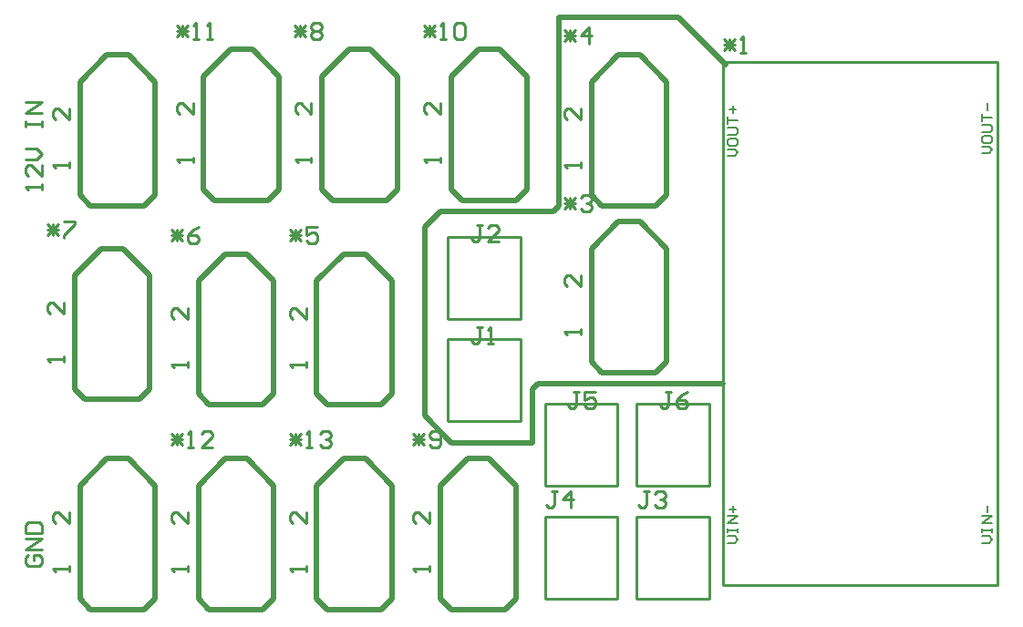
<source format=gto>
G04 Layer_Color=15132400*
%FSLAX24Y24*%
%MOIN*%
G70*
G01*
G75*
%ADD20C,0.0197*%
%ADD21C,0.0100*%
%ADD22C,0.0059*%
D20*
X13780Y43701D02*
X14764Y42717D01*
X12992Y43701D02*
X13780D01*
X12008Y42717D02*
X12992Y43701D01*
X14764Y38583D02*
Y42717D01*
X12402Y38189D02*
X14370D01*
X12008Y38583D02*
X12402Y38189D01*
X12008Y38583D02*
Y42717D01*
X14370Y38189D02*
X14764Y38583D01*
X13780Y58465D02*
X14764Y57480D01*
X12992Y58465D02*
X13780D01*
X12008Y57480D02*
X12992Y58465D01*
X14764Y53346D02*
Y57480D01*
X12402Y52953D02*
X14370D01*
X12008Y53346D02*
X12402Y52953D01*
X12008Y53346D02*
Y57480D01*
X14370Y52953D02*
X14764Y53346D01*
X33892Y59843D02*
X35630Y58104D01*
X29528Y59843D02*
X33892D01*
X29528Y52953D02*
Y59843D01*
X29331Y52756D02*
X29528Y52953D01*
X25197Y52756D02*
X29331D01*
X24606Y52165D02*
X25197Y52756D01*
X28740Y46457D02*
X35520D01*
X28543Y46260D02*
X28740Y46457D01*
X28543Y44291D02*
Y46260D01*
X25591Y44291D02*
X28543D01*
X24606Y45276D02*
X25591Y44291D01*
X24606Y45276D02*
Y52165D01*
X32480Y58465D02*
X33465Y57480D01*
X31693Y58465D02*
X32480D01*
X30709Y57480D02*
X31693Y58465D01*
X33465Y53346D02*
Y57480D01*
X31102Y52953D02*
X33071D01*
X30709Y53346D02*
X31102Y52953D01*
X30709Y53346D02*
Y57480D01*
X33071Y52953D02*
X33465Y53346D01*
X32480Y52362D02*
X33465Y51378D01*
X31693Y52362D02*
X32480D01*
X30709Y51378D02*
X31693Y52362D01*
X33465Y47244D02*
Y51378D01*
X31102Y46850D02*
X33071D01*
X30709Y47244D02*
X31102Y46850D01*
X30709Y47244D02*
Y51378D01*
X33071Y46850D02*
X33465Y47244D01*
X13583Y51378D02*
X14567Y50394D01*
X12795Y51378D02*
X13583D01*
X11811Y50394D02*
X12795Y51378D01*
X14567Y46260D02*
Y50394D01*
X12205Y45866D02*
X14173D01*
X11811Y46260D02*
X12205Y45866D01*
X11811Y46260D02*
Y50394D01*
X14173Y45866D02*
X14567Y46260D01*
X18110Y51181D02*
X19094Y50197D01*
X17323Y51181D02*
X18110D01*
X16339Y50197D02*
X17323Y51181D01*
X19094Y46063D02*
Y50197D01*
X16732Y45669D02*
X18701D01*
X16339Y46063D02*
X16732Y45669D01*
X16339Y46063D02*
Y50197D01*
X18701Y45669D02*
X19094Y46063D01*
X22441Y51181D02*
X23425Y50197D01*
X21654Y51181D02*
X22441D01*
X20669Y50197D02*
X21654Y51181D01*
X23425Y46063D02*
Y50197D01*
X21063Y45669D02*
X23031D01*
X20669Y46063D02*
X21063Y45669D01*
X20669Y46063D02*
Y50197D01*
X23031Y45669D02*
X23425Y46063D01*
X27362Y58661D02*
X28346Y57677D01*
X26575Y58661D02*
X27362D01*
X25591Y57677D02*
X26575Y58661D01*
X28346Y53543D02*
Y57677D01*
X25984Y53150D02*
X27953D01*
X25591Y53543D02*
X25984Y53150D01*
X25591Y53543D02*
Y57677D01*
X27953Y53150D02*
X28346Y53543D01*
X26969Y43701D02*
X27953Y42717D01*
X26181Y43701D02*
X26969D01*
X25197Y42717D02*
X26181Y43701D01*
X27953Y38583D02*
Y42717D01*
X25591Y38189D02*
X27559D01*
X25197Y38583D02*
X25591Y38189D01*
X25197Y38583D02*
Y42717D01*
X27559Y38189D02*
X27953Y38583D01*
X22638Y58661D02*
X23622Y57677D01*
X21850Y58661D02*
X22638D01*
X20866Y57677D02*
X21850Y58661D01*
X23622Y53543D02*
Y57677D01*
X21260Y53150D02*
X23228D01*
X20866Y53543D02*
X21260Y53150D01*
X20866Y53543D02*
Y57677D01*
X23228Y53150D02*
X23622Y53543D01*
X22441Y43701D02*
X23425Y42717D01*
X21654Y43701D02*
X22441D01*
X20669Y42717D02*
X21654Y43701D01*
X23425Y38583D02*
Y42717D01*
X21063Y38189D02*
X23031D01*
X20669Y38583D02*
X21063Y38189D01*
X20669Y38583D02*
Y42717D01*
X23031Y38189D02*
X23425Y38583D01*
X18110Y43701D02*
X19094Y42717D01*
X17323Y43701D02*
X18110D01*
X16339Y42717D02*
X17323Y43701D01*
X19094Y38583D02*
Y42717D01*
X16732Y38189D02*
X18701D01*
X16339Y38583D02*
X16732Y38189D01*
X16339Y38583D02*
Y42717D01*
X18701Y38189D02*
X19094Y38583D01*
X18307Y58661D02*
X19291Y57677D01*
X17520Y58661D02*
X18307D01*
X16535Y57677D02*
X17520Y58661D01*
X19291Y53543D02*
Y57677D01*
X16929Y53150D02*
X18898D01*
X16535Y53543D02*
X16929Y53150D01*
X16535Y53543D02*
Y57677D01*
X18898Y53150D02*
X19291Y53543D01*
D21*
X32361Y38583D02*
X35011D01*
Y41567D01*
X32361D02*
X35011D01*
X32361Y38583D02*
Y41567D01*
X29015Y38583D02*
X31665D01*
Y41567D01*
X29015D02*
X31665D01*
X29015Y38583D02*
Y41567D01*
X32361Y42717D02*
X35011D01*
Y45701D01*
X32361D02*
X35011D01*
X32361Y42717D02*
Y45701D01*
X29015Y42717D02*
X31665D01*
Y45701D01*
X29015D02*
X31665D01*
X29015Y42717D02*
Y45701D01*
X25472Y48819D02*
X28122D01*
Y51803D01*
X25472D02*
X28122D01*
X25472Y48819D02*
Y51803D01*
Y45079D02*
X28122D01*
Y48063D01*
X25472D02*
X28122D01*
X25472Y45079D02*
Y48063D01*
X35520Y39064D02*
Y58214D01*
Y39064D02*
X45570D01*
Y58214D01*
X35520D02*
X45570D01*
X10130Y40164D02*
X10030Y40064D01*
Y39864D01*
X10130Y39764D01*
X10530D01*
X10630Y39864D01*
Y40064D01*
X10530Y40164D01*
X10330D01*
Y39964D01*
X10630Y40364D02*
X10030D01*
X10630Y40763D01*
X10030D01*
Y40963D02*
X10630D01*
Y41263D01*
X10530Y41363D01*
X10130D01*
X10030Y41263D01*
Y40963D01*
X11614Y41738D02*
Y41339D01*
X11214Y41738D01*
X11114D01*
X11014Y41638D01*
Y41439D01*
X11114Y41339D01*
X11614Y39567D02*
Y39767D01*
Y39667D01*
X11014D01*
X11114Y39567D01*
X10630Y53543D02*
Y53743D01*
Y53643D01*
X10030D01*
X10130Y53543D01*
X10630Y54443D02*
Y54043D01*
X10230Y54443D01*
X10130D01*
X10030Y54343D01*
Y54143D01*
X10130Y54043D01*
X10030Y54643D02*
X10430D01*
X10630Y54843D01*
X10430Y55043D01*
X10030D01*
Y55843D02*
Y56042D01*
Y55943D01*
X10630D01*
Y55843D01*
Y56042D01*
Y56342D02*
X10030D01*
X10630Y56742D01*
X10030D01*
X11614Y56502D02*
Y56102D01*
X11214Y56502D01*
X11114D01*
X11014Y56402D01*
Y56202D01*
X11114Y56102D01*
X11614Y54331D02*
Y54531D01*
Y54431D01*
X11014D01*
X11114Y54331D01*
X32812Y42519D02*
X32612D01*
X32712D01*
Y42019D01*
X32612Y41919D01*
X32512D01*
X32412Y42019D01*
X33012Y42419D02*
X33112Y42519D01*
X33312D01*
X33412Y42419D01*
Y42319D01*
X33312Y42219D01*
X33212D01*
X33312D01*
X33412Y42119D01*
Y42019D01*
X33312Y41919D01*
X33112D01*
X33012Y42019D01*
X29464Y42515D02*
X29264D01*
X29364D01*
Y42015D01*
X29264Y41915D01*
X29164D01*
X29064Y42015D01*
X29963Y41915D02*
Y42515D01*
X29664Y42215D01*
X30063D01*
X35570Y59060D02*
X35970Y58660D01*
X35570D02*
X35970Y59060D01*
X35570Y58860D02*
X35970D01*
X35770Y58660D02*
Y59060D01*
X36170Y58560D02*
X36370D01*
X36270D01*
Y59160D01*
X36170Y59060D01*
X26717Y48508D02*
X26517D01*
X26617D01*
Y48008D01*
X26517Y47908D01*
X26417D01*
X26317Y48008D01*
X26916Y47908D02*
X27116D01*
X27016D01*
Y48508D01*
X26916Y48408D01*
X26717Y52248D02*
X26517D01*
X26617D01*
Y51748D01*
X26517Y51648D01*
X26417D01*
X26317Y51748D01*
X27316Y51648D02*
X26916D01*
X27316Y52048D01*
Y52148D01*
X27216Y52248D01*
X27016D01*
X26916Y52148D01*
X29717Y59361D02*
X30116Y58961D01*
X29717D02*
X30116Y59361D01*
X29717Y59161D02*
X30116D01*
X29917Y58961D02*
Y59361D01*
X30616Y58861D02*
Y59461D01*
X30316Y59161D01*
X30716D01*
X30315Y56502D02*
Y56102D01*
X29915Y56502D01*
X29815D01*
X29715Y56402D01*
Y56202D01*
X29815Y56102D01*
X30315Y54331D02*
Y54531D01*
Y54431D01*
X29715D01*
X29815Y54331D01*
X29717Y53258D02*
X30116Y52858D01*
X29717D02*
X30116Y53258D01*
X29717Y53058D02*
X30116D01*
X29917Y52858D02*
Y53258D01*
X30316D02*
X30416Y53358D01*
X30616D01*
X30716Y53258D01*
Y53158D01*
X30616Y53058D01*
X30516D01*
X30616D01*
X30716Y52958D01*
Y52858D01*
X30616Y52758D01*
X30416D01*
X30316Y52858D01*
X30315Y50400D02*
Y50000D01*
X29915Y50400D01*
X29815D01*
X29715Y50300D01*
Y50100D01*
X29815Y50000D01*
X30315Y48228D02*
Y48428D01*
Y48328D01*
X29715D01*
X29815Y48228D01*
X10813Y52273D02*
X11213Y51873D01*
X10813D02*
X11213Y52273D01*
X10813Y52073D02*
X11213D01*
X11013Y51873D02*
Y52273D01*
X11413Y52373D02*
X11812D01*
Y52273D01*
X11413Y51873D01*
Y51773D01*
X11417Y49416D02*
Y49016D01*
X11017Y49416D01*
X10917D01*
X10818Y49316D01*
Y49116D01*
X10917Y49016D01*
X11417Y47244D02*
Y47444D01*
Y47344D01*
X10818D01*
X10917Y47244D01*
X15341Y52077D02*
X15741Y51677D01*
X15341D02*
X15741Y52077D01*
X15341Y51877D02*
X15741D01*
X15541Y51677D02*
Y52077D01*
X16341Y52177D02*
X16141Y52077D01*
X15941Y51877D01*
Y51677D01*
X16041Y51577D01*
X16241D01*
X16341Y51677D01*
Y51777D01*
X16241Y51877D01*
X15941D01*
X15945Y49219D02*
Y48819D01*
X15545Y49219D01*
X15445D01*
X15345Y49119D01*
Y48919D01*
X15445Y48819D01*
X15945Y47047D02*
Y47247D01*
Y47147D01*
X15345D01*
X15445Y47047D01*
X19679Y52076D02*
X20078Y51676D01*
X19679D02*
X20078Y52076D01*
X19679Y51876D02*
X20078D01*
X19879Y51676D02*
Y52076D01*
X20678Y52176D02*
X20278D01*
Y51876D01*
X20478Y51976D01*
X20578D01*
X20678Y51876D01*
Y51676D01*
X20578Y51576D01*
X20378D01*
X20278Y51676D01*
X20276Y49219D02*
Y48819D01*
X19876Y49219D01*
X19776D01*
X19676Y49119D01*
Y48919D01*
X19776Y48819D01*
X20276Y47047D02*
Y47247D01*
Y47147D01*
X19676D01*
X19776Y47047D01*
X33606Y46146D02*
X33406D01*
X33506D01*
Y45646D01*
X33406Y45546D01*
X33306D01*
X33206Y45646D01*
X34206Y46146D02*
X34006Y46046D01*
X33806Y45846D01*
Y45646D01*
X33906Y45546D01*
X34106D01*
X34206Y45646D01*
Y45746D01*
X34106Y45846D01*
X33806D01*
X30260Y46146D02*
X30060D01*
X30160D01*
Y45646D01*
X30060Y45546D01*
X29960D01*
X29860Y45646D01*
X30860Y46146D02*
X30460D01*
Y45846D01*
X30660Y45946D01*
X30760D01*
X30860Y45846D01*
Y45646D01*
X30760Y45546D01*
X30560D01*
X30460Y45646D01*
X24601Y59556D02*
X25000Y59157D01*
X24601D02*
X25000Y59556D01*
X24601Y59357D02*
X25000D01*
X24800Y59157D02*
Y59556D01*
X25200Y59057D02*
X25400D01*
X25300D01*
Y59656D01*
X25200Y59556D01*
X25700D02*
X25800Y59656D01*
X26000D01*
X26100Y59556D01*
Y59157D01*
X26000Y59057D01*
X25800D01*
X25700Y59157D01*
Y59556D01*
X25197Y56699D02*
Y56299D01*
X24797Y56699D01*
X24697D01*
X24597Y56599D01*
Y56399D01*
X24697Y56299D01*
X25197Y54528D02*
Y54727D01*
Y54628D01*
X24597D01*
X24697Y54528D01*
X24201Y44597D02*
X24600Y44197D01*
X24201D02*
X24600Y44597D01*
X24201Y44397D02*
X24600D01*
X24400Y44197D02*
Y44597D01*
X24800Y44197D02*
X24900Y44097D01*
X25100D01*
X25200Y44197D01*
Y44597D01*
X25100Y44697D01*
X24900D01*
X24800Y44597D01*
Y44497D01*
X24900Y44397D01*
X25200D01*
X24803Y41738D02*
Y41339D01*
X24403Y41738D01*
X24303D01*
X24203Y41638D01*
Y41439D01*
X24303Y41339D01*
X24803Y39567D02*
Y39767D01*
Y39667D01*
X24203D01*
X24303Y39567D01*
X19871Y59556D02*
X20270Y59157D01*
X19871D02*
X20270Y59556D01*
X19871Y59357D02*
X20270D01*
X20070Y59157D02*
Y59556D01*
X20470D02*
X20570Y59656D01*
X20770D01*
X20870Y59556D01*
Y59456D01*
X20770Y59357D01*
X20870Y59257D01*
Y59157D01*
X20770Y59057D01*
X20570D01*
X20470Y59157D01*
Y59257D01*
X20570Y59357D01*
X20470Y59456D01*
Y59556D01*
X20570Y59357D02*
X20770D01*
X20472Y56699D02*
Y56299D01*
X20073Y56699D01*
X19973D01*
X19873Y56599D01*
Y56399D01*
X19973Y56299D01*
X20472Y54528D02*
Y54727D01*
Y54628D01*
X19873D01*
X19973Y54528D01*
X19681Y44597D02*
X20080Y44197D01*
X19681D02*
X20080Y44597D01*
X19681Y44397D02*
X20080D01*
X19880Y44197D02*
Y44597D01*
X20280Y44097D02*
X20480D01*
X20380D01*
Y44697D01*
X20280Y44597D01*
X20780D02*
X20880Y44697D01*
X21080D01*
X21180Y44597D01*
Y44497D01*
X21080Y44397D01*
X20980D01*
X21080D01*
X21180Y44297D01*
Y44197D01*
X21080Y44097D01*
X20880D01*
X20780Y44197D01*
X20276Y41738D02*
Y41339D01*
X19876Y41738D01*
X19776D01*
X19676Y41638D01*
Y41439D01*
X19776Y41339D01*
X20276Y39567D02*
Y39767D01*
Y39667D01*
X19676D01*
X19776Y39567D01*
X15341Y44597D02*
X15740Y44197D01*
X15341D02*
X15740Y44597D01*
X15341Y44397D02*
X15740D01*
X15540Y44197D02*
Y44597D01*
X15940Y44097D02*
X16140D01*
X16040D01*
Y44697D01*
X15940Y44597D01*
X16840Y44097D02*
X16440D01*
X16840Y44497D01*
Y44597D01*
X16740Y44697D01*
X16540D01*
X16440Y44597D01*
X15945Y41738D02*
Y41339D01*
X15545Y41738D01*
X15445D01*
X15345Y41638D01*
Y41439D01*
X15445Y41339D01*
X15945Y39567D02*
Y39767D01*
Y39667D01*
X15345D01*
X15445Y39567D01*
X15541Y59556D02*
X15940Y59157D01*
X15541D02*
X15940Y59556D01*
X15541Y59357D02*
X15940D01*
X15740Y59157D02*
Y59556D01*
X16140Y59057D02*
X16340D01*
X16240D01*
Y59656D01*
X16140Y59556D01*
X16640Y59057D02*
X16840D01*
X16740D01*
Y59656D01*
X16640Y59556D01*
X16142Y56699D02*
Y56299D01*
X15742Y56699D01*
X15642D01*
X15542Y56599D01*
Y56399D01*
X15642Y56299D01*
X16142Y54528D02*
Y54727D01*
Y54628D01*
X15542D01*
X15642Y54528D01*
D22*
X44977Y40614D02*
X45239D01*
X45370Y40745D01*
X45239Y40876D01*
X44977D01*
Y41007D02*
Y41139D01*
Y41073D01*
X45370D01*
Y41007D01*
Y41139D01*
Y41335D02*
X44977D01*
X45370Y41598D01*
X44977D01*
X45174Y41729D02*
Y41991D01*
X35677Y40614D02*
X35940D01*
X36071Y40745D01*
X35940Y40877D01*
X35677D01*
Y41008D02*
Y41139D01*
Y41073D01*
X36071D01*
Y41008D01*
Y41139D01*
Y41336D02*
X35677D01*
X36071Y41598D01*
X35677D01*
X35874Y41729D02*
Y41992D01*
X35743Y41860D02*
X36005D01*
X35677Y54764D02*
X35940D01*
X36071Y54895D01*
X35940Y55026D01*
X35677D01*
Y55354D02*
Y55223D01*
X35743Y55157D01*
X36005D01*
X36071Y55223D01*
Y55354D01*
X36005Y55420D01*
X35743D01*
X35677Y55354D01*
Y55551D02*
X36005D01*
X36071Y55617D01*
Y55748D01*
X36005Y55813D01*
X35677D01*
Y55944D02*
Y56207D01*
Y56076D01*
X36071D01*
X35874Y56338D02*
Y56600D01*
X35743Y56469D02*
X36005D01*
X44977Y54864D02*
X45239D01*
X45370Y54995D01*
X45239Y55126D01*
X44977D01*
Y55454D02*
Y55323D01*
X45042Y55257D01*
X45305D01*
X45370Y55323D01*
Y55454D01*
X45305Y55520D01*
X45042D01*
X44977Y55454D01*
Y55651D02*
X45305D01*
X45370Y55717D01*
Y55848D01*
X45305Y55913D01*
X44977D01*
Y56045D02*
Y56307D01*
Y56176D01*
X45370D01*
X45174Y56438D02*
Y56700D01*
M02*

</source>
